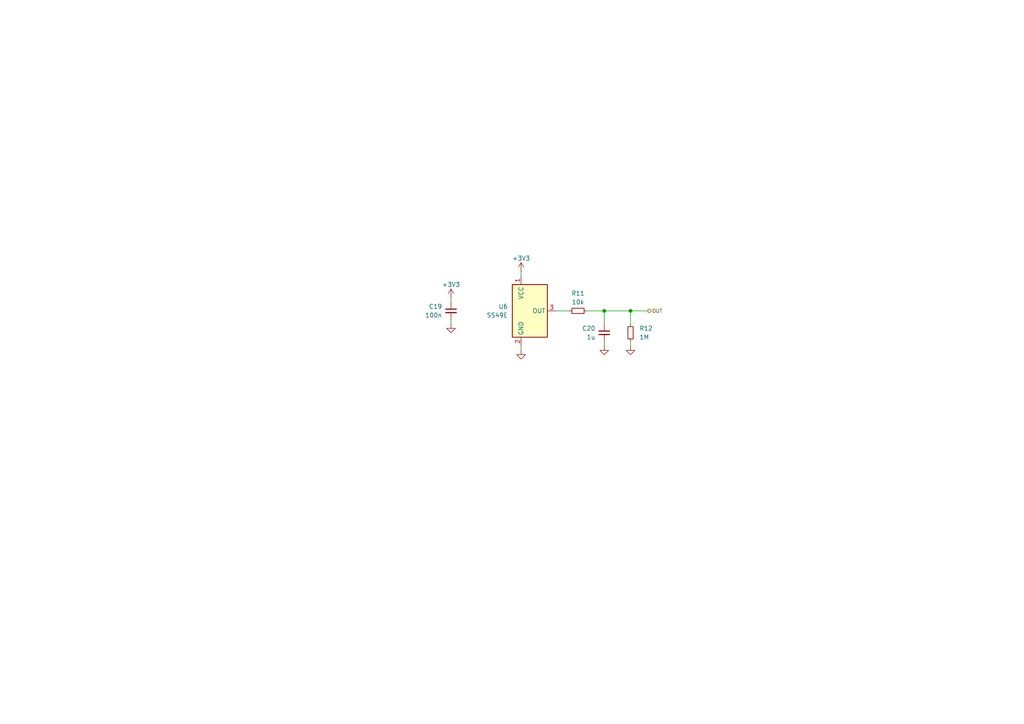
<source format=kicad_sch>
(kicad_sch
	(version 20250114)
	(generator "eeschema")
	(generator_version "9.0")
	(uuid "dcdcb93b-e07c-408b-9dc4-2f834075789e")
	(paper "A4")
	(lib_symbols
		(symbol "Device:C_Small"
			(pin_numbers
				(hide yes)
			)
			(pin_names
				(offset 0.254)
				(hide yes)
			)
			(exclude_from_sim no)
			(in_bom yes)
			(on_board yes)
			(property "Reference" "C"
				(at 0.254 1.778 0)
				(effects
					(font
						(size 1.27 1.27)
					)
					(justify left)
				)
			)
			(property "Value" "C_Small"
				(at 0.254 -2.032 0)
				(effects
					(font
						(size 1.27 1.27)
					)
					(justify left)
				)
			)
			(property "Footprint" ""
				(at 0 0 0)
				(effects
					(font
						(size 1.27 1.27)
					)
					(hide yes)
				)
			)
			(property "Datasheet" "~"
				(at 0 0 0)
				(effects
					(font
						(size 1.27 1.27)
					)
					(hide yes)
				)
			)
			(property "Description" "Unpolarized capacitor, small symbol"
				(at 0 0 0)
				(effects
					(font
						(size 1.27 1.27)
					)
					(hide yes)
				)
			)
			(property "ki_keywords" "capacitor cap"
				(at 0 0 0)
				(effects
					(font
						(size 1.27 1.27)
					)
					(hide yes)
				)
			)
			(property "ki_fp_filters" "C_*"
				(at 0 0 0)
				(effects
					(font
						(size 1.27 1.27)
					)
					(hide yes)
				)
			)
			(symbol "C_Small_0_1"
				(polyline
					(pts
						(xy -1.524 0.508) (xy 1.524 0.508)
					)
					(stroke
						(width 0.3048)
						(type default)
					)
					(fill
						(type none)
					)
				)
				(polyline
					(pts
						(xy -1.524 -0.508) (xy 1.524 -0.508)
					)
					(stroke
						(width 0.3302)
						(type default)
					)
					(fill
						(type none)
					)
				)
			)
			(symbol "C_Small_1_1"
				(pin passive line
					(at 0 2.54 270)
					(length 2.032)
					(name "~"
						(effects
							(font
								(size 1.27 1.27)
							)
						)
					)
					(number "1"
						(effects
							(font
								(size 1.27 1.27)
							)
						)
					)
				)
				(pin passive line
					(at 0 -2.54 90)
					(length 2.032)
					(name "~"
						(effects
							(font
								(size 1.27 1.27)
							)
						)
					)
					(number "2"
						(effects
							(font
								(size 1.27 1.27)
							)
						)
					)
				)
			)
			(embedded_fonts no)
		)
		(symbol "Device:R_Small"
			(pin_numbers
				(hide yes)
			)
			(pin_names
				(offset 0.254)
				(hide yes)
			)
			(exclude_from_sim no)
			(in_bom yes)
			(on_board yes)
			(property "Reference" "R"
				(at 0.762 0.508 0)
				(effects
					(font
						(size 1.27 1.27)
					)
					(justify left)
				)
			)
			(property "Value" "R_Small"
				(at 0.762 -1.016 0)
				(effects
					(font
						(size 1.27 1.27)
					)
					(justify left)
				)
			)
			(property "Footprint" ""
				(at 0 0 0)
				(effects
					(font
						(size 1.27 1.27)
					)
					(hide yes)
				)
			)
			(property "Datasheet" "~"
				(at 0 0 0)
				(effects
					(font
						(size 1.27 1.27)
					)
					(hide yes)
				)
			)
			(property "Description" "Resistor, small symbol"
				(at 0 0 0)
				(effects
					(font
						(size 1.27 1.27)
					)
					(hide yes)
				)
			)
			(property "ki_keywords" "R resistor"
				(at 0 0 0)
				(effects
					(font
						(size 1.27 1.27)
					)
					(hide yes)
				)
			)
			(property "ki_fp_filters" "R_*"
				(at 0 0 0)
				(effects
					(font
						(size 1.27 1.27)
					)
					(hide yes)
				)
			)
			(symbol "R_Small_0_1"
				(rectangle
					(start -0.762 1.778)
					(end 0.762 -1.778)
					(stroke
						(width 0.2032)
						(type default)
					)
					(fill
						(type none)
					)
				)
			)
			(symbol "R_Small_1_1"
				(pin passive line
					(at 0 2.54 270)
					(length 0.762)
					(name "~"
						(effects
							(font
								(size 1.27 1.27)
							)
						)
					)
					(number "1"
						(effects
							(font
								(size 1.27 1.27)
							)
						)
					)
				)
				(pin passive line
					(at 0 -2.54 90)
					(length 0.762)
					(name "~"
						(effects
							(font
								(size 1.27 1.27)
							)
						)
					)
					(number "2"
						(effects
							(font
								(size 1.27 1.27)
							)
						)
					)
				)
			)
			(embedded_fonts no)
		)
		(symbol "Sensor_Magnetic:DRV5055A4xLPGxQ1"
			(exclude_from_sim no)
			(in_bom yes)
			(on_board yes)
			(property "Reference" "U"
				(at 5.08 12.7 0)
				(effects
					(font
						(size 1.27 1.27)
					)
				)
			)
			(property "Value" "DRV5055A4xLPGxQ1"
				(at 7.62 10.16 0)
				(effects
					(font
						(size 1.27 1.27)
					)
				)
			)
			(property "Footprint" "Package_TO_SOT_THT:TO-92_Inline"
				(at 0 0 0)
				(effects
					(font
						(size 1.27 1.27)
					)
					(hide yes)
				)
			)
			(property "Datasheet" "https://www.ti.com/lit/ds/symlink/drv5055-q1.pdf"
				(at 0 0 0)
				(effects
					(font
						(size 1.27 1.27)
					)
					(hide yes)
				)
			)
			(property "Description" "12.5mV/mT,±169-mT, 20-kHz, 3.3/5V, TO-92"
				(at 0 0 0)
				(effects
					(font
						(size 1.27 1.27)
					)
					(hide yes)
				)
			)
			(property "ki_keywords" "Automotive Ratiometric Linear Hall Effect Sensor AEC-Q100"
				(at 0 0 0)
				(effects
					(font
						(size 1.27 1.27)
					)
					(hide yes)
				)
			)
			(property "ki_fp_filters" "TO?92*"
				(at 0 0 0)
				(effects
					(font
						(size 1.27 1.27)
					)
					(hide yes)
				)
			)
			(symbol "DRV5055A4xLPGxQ1_1_1"
				(rectangle
					(start -5.08 7.62)
					(end 5.08 -7.62)
					(stroke
						(width 0.254)
						(type default)
					)
					(fill
						(type background)
					)
				)
				(pin power_in line
					(at -2.54 10.16 270)
					(length 2.54)
					(name "VCC"
						(effects
							(font
								(size 1.27 1.27)
							)
						)
					)
					(number "1"
						(effects
							(font
								(size 1.27 1.27)
							)
						)
					)
				)
				(pin power_in line
					(at -2.54 -10.16 90)
					(length 2.54)
					(name "GND"
						(effects
							(font
								(size 1.27 1.27)
							)
						)
					)
					(number "2"
						(effects
							(font
								(size 1.27 1.27)
							)
						)
					)
				)
				(pin output line
					(at 7.62 0 180)
					(length 2.54)
					(name "OUT"
						(effects
							(font
								(size 1.27 1.27)
							)
						)
					)
					(number "3"
						(effects
							(font
								(size 1.27 1.27)
							)
						)
					)
				)
			)
			(embedded_fonts no)
		)
		(symbol "power:+3V3"
			(power)
			(pin_numbers
				(hide yes)
			)
			(pin_names
				(offset 0)
				(hide yes)
			)
			(exclude_from_sim no)
			(in_bom yes)
			(on_board yes)
			(property "Reference" "#PWR"
				(at 0 -3.81 0)
				(effects
					(font
						(size 1.27 1.27)
					)
					(hide yes)
				)
			)
			(property "Value" "+3V3"
				(at 0 3.556 0)
				(effects
					(font
						(size 1.27 1.27)
					)
				)
			)
			(property "Footprint" ""
				(at 0 0 0)
				(effects
					(font
						(size 1.27 1.27)
					)
					(hide yes)
				)
			)
			(property "Datasheet" ""
				(at 0 0 0)
				(effects
					(font
						(size 1.27 1.27)
					)
					(hide yes)
				)
			)
			(property "Description" "Power symbol creates a global label with name \"+3V3\""
				(at 0 0 0)
				(effects
					(font
						(size 1.27 1.27)
					)
					(hide yes)
				)
			)
			(property "ki_keywords" "global power"
				(at 0 0 0)
				(effects
					(font
						(size 1.27 1.27)
					)
					(hide yes)
				)
			)
			(symbol "+3V3_0_1"
				(polyline
					(pts
						(xy -0.762 1.27) (xy 0 2.54)
					)
					(stroke
						(width 0)
						(type default)
					)
					(fill
						(type none)
					)
				)
				(polyline
					(pts
						(xy 0 2.54) (xy 0.762 1.27)
					)
					(stroke
						(width 0)
						(type default)
					)
					(fill
						(type none)
					)
				)
				(polyline
					(pts
						(xy 0 0) (xy 0 2.54)
					)
					(stroke
						(width 0)
						(type default)
					)
					(fill
						(type none)
					)
				)
			)
			(symbol "+3V3_1_1"
				(pin power_in line
					(at 0 0 90)
					(length 0)
					(name "~"
						(effects
							(font
								(size 1.27 1.27)
							)
						)
					)
					(number "1"
						(effects
							(font
								(size 1.27 1.27)
							)
						)
					)
				)
			)
			(embedded_fonts no)
		)
		(symbol "power:GND"
			(power)
			(pin_numbers
				(hide yes)
			)
			(pin_names
				(offset 0)
				(hide yes)
			)
			(exclude_from_sim no)
			(in_bom yes)
			(on_board yes)
			(property "Reference" "#PWR"
				(at 0 -6.35 0)
				(effects
					(font
						(size 1.27 1.27)
					)
					(hide yes)
				)
			)
			(property "Value" "GND"
				(at 0 -3.81 0)
				(effects
					(font
						(size 1.27 1.27)
					)
				)
			)
			(property "Footprint" ""
				(at 0 0 0)
				(effects
					(font
						(size 1.27 1.27)
					)
					(hide yes)
				)
			)
			(property "Datasheet" ""
				(at 0 0 0)
				(effects
					(font
						(size 1.27 1.27)
					)
					(hide yes)
				)
			)
			(property "Description" "Power symbol creates a global label with name \"GND\" , ground"
				(at 0 0 0)
				(effects
					(font
						(size 1.27 1.27)
					)
					(hide yes)
				)
			)
			(property "ki_keywords" "global power"
				(at 0 0 0)
				(effects
					(font
						(size 1.27 1.27)
					)
					(hide yes)
				)
			)
			(symbol "GND_0_1"
				(polyline
					(pts
						(xy 0 0) (xy 0 -1.27) (xy 1.27 -1.27) (xy 0 -2.54) (xy -1.27 -1.27) (xy 0 -1.27)
					)
					(stroke
						(width 0)
						(type default)
					)
					(fill
						(type none)
					)
				)
			)
			(symbol "GND_1_1"
				(pin power_in line
					(at 0 0 270)
					(length 0)
					(name "~"
						(effects
							(font
								(size 1.27 1.27)
							)
						)
					)
					(number "1"
						(effects
							(font
								(size 1.27 1.27)
							)
						)
					)
				)
			)
			(embedded_fonts no)
		)
	)
	(junction
		(at 182.88 90.17)
		(diameter 0)
		(color 0 0 0 0)
		(uuid "2c2abe5b-1a25-4fe7-9926-3366726542fe")
	)
	(junction
		(at 175.26 90.17)
		(diameter 0)
		(color 0 0 0 0)
		(uuid "de7c224c-5010-4dc7-a394-47a912fa0574")
	)
	(wire
		(pts
			(xy 182.88 99.06) (xy 182.88 100.33)
		)
		(stroke
			(width 0)
			(type default)
		)
		(uuid "02ee8626-1801-4020-8633-79881a3e7be6")
	)
	(wire
		(pts
			(xy 175.26 90.17) (xy 175.26 93.98)
		)
		(stroke
			(width 0)
			(type default)
		)
		(uuid "50ad798c-5756-4da4-97fd-6f206a36ad7e")
	)
	(wire
		(pts
			(xy 170.18 90.17) (xy 175.26 90.17)
		)
		(stroke
			(width 0)
			(type default)
		)
		(uuid "54e83bda-1156-430c-b1d6-860256b1d291")
	)
	(wire
		(pts
			(xy 175.26 99.06) (xy 175.26 100.33)
		)
		(stroke
			(width 0)
			(type default)
		)
		(uuid "5ad0856c-bde2-4b25-843c-1d21c4c9b0b6")
	)
	(wire
		(pts
			(xy 182.88 90.17) (xy 187.96 90.17)
		)
		(stroke
			(width 0)
			(type default)
		)
		(uuid "6d081f14-7cf3-4e40-92c7-5736cefa75a9")
	)
	(wire
		(pts
			(xy 151.13 78.74) (xy 151.13 80.01)
		)
		(stroke
			(width 0)
			(type default)
		)
		(uuid "71ba2b4b-1fa2-41ac-8970-ad9ca15a23d7")
	)
	(wire
		(pts
			(xy 175.26 90.17) (xy 182.88 90.17)
		)
		(stroke
			(width 0)
			(type default)
		)
		(uuid "850b0d18-5c9e-49a1-b1f9-5ec529b8ebaa")
	)
	(wire
		(pts
			(xy 182.88 90.17) (xy 182.88 93.98)
		)
		(stroke
			(width 0)
			(type default)
		)
		(uuid "a914971c-30fe-4b00-a67b-fdfd9cc17130")
	)
	(wire
		(pts
			(xy 130.81 86.36) (xy 130.81 87.63)
		)
		(stroke
			(width 0)
			(type default)
		)
		(uuid "aed606ac-bd60-4cca-96c7-5cd2a2f28cb0")
	)
	(wire
		(pts
			(xy 161.29 90.17) (xy 165.1 90.17)
		)
		(stroke
			(width 0)
			(type default)
		)
		(uuid "c4fae6a2-c418-428c-b07c-b09c0042931f")
	)
	(wire
		(pts
			(xy 151.13 100.33) (xy 151.13 101.6)
		)
		(stroke
			(width 0)
			(type default)
		)
		(uuid "d689f22c-4f44-4fcd-93dc-8fbde487ae2d")
	)
	(wire
		(pts
			(xy 130.81 92.71) (xy 130.81 93.98)
		)
		(stroke
			(width 0)
			(type default)
		)
		(uuid "f536ff0c-c2fd-4b2e-8363-438face3912b")
	)
	(hierarchical_label "OUT"
		(shape output)
		(at 187.96 90.17 0)
		(effects
			(font
				(size 1 1)
			)
			(justify left)
		)
		(uuid "bfbc8985-41e5-413f-aacb-b298bba73e0f")
	)
	(symbol
		(lib_id "Device:C_Small")
		(at 175.26 96.52 0)
		(mirror y)
		(unit 1)
		(exclude_from_sim no)
		(in_bom yes)
		(on_board yes)
		(dnp no)
		(uuid "180b5551-18f7-499c-adb3-ec1eab8c0193")
		(property "Reference" "C18"
			(at 172.72 95.2562 0)
			(effects
				(font
					(size 1.27 1.27)
				)
				(justify left)
			)
		)
		(property "Value" "1u"
			(at 172.72 97.7962 0)
			(effects
				(font
					(size 1.27 1.27)
				)
				(justify left)
			)
		)
		(property "Footprint" "Capacitor_SMD:C_0603_1608Metric"
			(at 175.26 96.52 0)
			(effects
				(font
					(size 1.27 1.27)
				)
				(hide yes)
			)
		)
		(property "Datasheet" "~"
			(at 175.26 96.52 0)
			(effects
				(font
					(size 1.27 1.27)
				)
				(hide yes)
			)
		)
		(property "Description" "Unpolarized capacitor, small symbol"
			(at 175.26 96.52 0)
			(effects
				(font
					(size 1.27 1.27)
				)
				(hide yes)
			)
		)
		(pin "2"
			(uuid "451bc3e6-fc64-43cc-a70d-00abb281ab7a")
		)
		(pin "1"
			(uuid "79d0e660-6746-43b7-97e5-724524f61491")
		)
		(instances
			(project ""
				(path "/37c0128e-0bf6-47e1-84ea-e330ce83485d/14db0b96-3d7f-4b91-a9d8-8bbc2520804e"
					(reference "C20")
					(unit 1)
				)
				(path "/37c0128e-0bf6-47e1-84ea-e330ce83485d/bd21fd64-de6d-4f23-9cf9-4a08715c8023"
					(reference "C18")
					(unit 1)
				)
			)
		)
	)
	(symbol
		(lib_id "Device:R_Small")
		(at 167.64 90.17 90)
		(unit 1)
		(exclude_from_sim no)
		(in_bom yes)
		(on_board yes)
		(dnp no)
		(fields_autoplaced yes)
		(uuid "39614c22-5eed-4b18-a481-9cc1c080a08f")
		(property "Reference" "R9"
			(at 167.64 85.09 90)
			(effects
				(font
					(size 1.27 1.27)
				)
			)
		)
		(property "Value" "10k"
			(at 167.64 87.63 90)
			(effects
				(font
					(size 1.27 1.27)
				)
			)
		)
		(property "Footprint" "Resistor_SMD:R_0603_1608Metric"
			(at 167.64 90.17 0)
			(effects
				(font
					(size 1.27 1.27)
				)
				(hide yes)
			)
		)
		(property "Datasheet" "~"
			(at 167.64 90.17 0)
			(effects
				(font
					(size 1.27 1.27)
				)
				(hide yes)
			)
		)
		(property "Description" "Resistor, small symbol"
			(at 167.64 90.17 0)
			(effects
				(font
					(size 1.27 1.27)
				)
				(hide yes)
			)
		)
		(pin "1"
			(uuid "662e9dcb-f9af-455c-98a6-2d0f3d9ee980")
		)
		(pin "2"
			(uuid "05977cf1-463a-42af-9440-eca0b7882cbb")
		)
		(instances
			(project ""
				(path "/37c0128e-0bf6-47e1-84ea-e330ce83485d/14db0b96-3d7f-4b91-a9d8-8bbc2520804e"
					(reference "R11")
					(unit 1)
				)
				(path "/37c0128e-0bf6-47e1-84ea-e330ce83485d/bd21fd64-de6d-4f23-9cf9-4a08715c8023"
					(reference "R9")
					(unit 1)
				)
			)
		)
	)
	(symbol
		(lib_id "power:GND")
		(at 175.26 100.33 0)
		(unit 1)
		(exclude_from_sim no)
		(in_bom yes)
		(on_board yes)
		(dnp no)
		(fields_autoplaced yes)
		(uuid "68fb1ee6-1783-42b7-90c5-70fa58af2657")
		(property "Reference" "#PWR028"
			(at 175.26 106.68 0)
			(effects
				(font
					(size 1.27 1.27)
				)
				(hide yes)
			)
		)
		(property "Value" "GND"
			(at 175.26 105.41 0)
			(effects
				(font
					(size 1.27 1.27)
				)
				(hide yes)
			)
		)
		(property "Footprint" ""
			(at 175.26 100.33 0)
			(effects
				(font
					(size 1.27 1.27)
				)
				(hide yes)
			)
		)
		(property "Datasheet" ""
			(at 175.26 100.33 0)
			(effects
				(font
					(size 1.27 1.27)
				)
				(hide yes)
			)
		)
		(property "Description" "Power symbol creates a global label with name \"GND\" , ground"
			(at 175.26 100.33 0)
			(effects
				(font
					(size 1.27 1.27)
				)
				(hide yes)
			)
		)
		(pin "1"
			(uuid "0893e874-96cf-4875-81f5-a8e2a6c5b87f")
		)
		(instances
			(project "apps"
				(path "/37c0128e-0bf6-47e1-84ea-e330ce83485d/14db0b96-3d7f-4b91-a9d8-8bbc2520804e"
					(reference "#PWR029")
					(unit 1)
				)
				(path "/37c0128e-0bf6-47e1-84ea-e330ce83485d/bd21fd64-de6d-4f23-9cf9-4a08715c8023"
					(reference "#PWR028")
					(unit 1)
				)
			)
		)
	)
	(symbol
		(lib_id "power:GND")
		(at 130.81 93.98 0)
		(unit 1)
		(exclude_from_sim no)
		(in_bom yes)
		(on_board yes)
		(dnp no)
		(fields_autoplaced yes)
		(uuid "744e61ef-f67e-4737-bca2-7e20c7a89f28")
		(property "Reference" "#PWR024"
			(at 130.81 100.33 0)
			(effects
				(font
					(size 1.27 1.27)
				)
				(hide yes)
			)
		)
		(property "Value" "GND"
			(at 130.81 99.06 0)
			(effects
				(font
					(size 1.27 1.27)
				)
				(hide yes)
			)
		)
		(property "Footprint" ""
			(at 130.81 93.98 0)
			(effects
				(font
					(size 1.27 1.27)
				)
				(hide yes)
			)
		)
		(property "Datasheet" ""
			(at 130.81 93.98 0)
			(effects
				(font
					(size 1.27 1.27)
				)
				(hide yes)
			)
		)
		(property "Description" "Power symbol creates a global label with name \"GND\" , ground"
			(at 130.81 93.98 0)
			(effects
				(font
					(size 1.27 1.27)
				)
				(hide yes)
			)
		)
		(pin "1"
			(uuid "c0612e1b-9eb7-4004-8576-6ed2debe9ab0")
		)
		(instances
			(project "apps"
				(path "/37c0128e-0bf6-47e1-84ea-e330ce83485d/14db0b96-3d7f-4b91-a9d8-8bbc2520804e"
					(reference "#PWR025")
					(unit 1)
				)
				(path "/37c0128e-0bf6-47e1-84ea-e330ce83485d/bd21fd64-de6d-4f23-9cf9-4a08715c8023"
					(reference "#PWR024")
					(unit 1)
				)
			)
		)
	)
	(symbol
		(lib_id "Device:R_Small")
		(at 182.88 96.52 0)
		(unit 1)
		(exclude_from_sim no)
		(in_bom yes)
		(on_board yes)
		(dnp no)
		(uuid "7f3c54d4-2975-4dff-bee6-8cced747633a")
		(property "Reference" "R10"
			(at 185.42 95.2499 0)
			(effects
				(font
					(size 1.27 1.27)
				)
				(justify left)
			)
		)
		(property "Value" "1M"
			(at 185.42 97.7899 0)
			(effects
				(font
					(size 1.27 1.27)
				)
				(justify left)
			)
		)
		(property "Footprint" "Resistor_SMD:R_0603_1608Metric"
			(at 182.88 96.52 0)
			(effects
				(font
					(size 1.27 1.27)
				)
				(hide yes)
			)
		)
		(property "Datasheet" "~"
			(at 182.88 96.52 0)
			(effects
				(font
					(size 1.27 1.27)
				)
				(hide yes)
			)
		)
		(property "Description" "Resistor, small symbol"
			(at 182.88 96.52 0)
			(effects
				(font
					(size 1.27 1.27)
				)
				(hide yes)
			)
		)
		(pin "2"
			(uuid "2872d6ea-cdd8-4405-b586-70bb5721eca2")
		)
		(pin "1"
			(uuid "90100eda-834e-478c-b7ad-eab981df6a54")
		)
		(instances
			(project ""
				(path "/37c0128e-0bf6-47e1-84ea-e330ce83485d/14db0b96-3d7f-4b91-a9d8-8bbc2520804e"
					(reference "R12")
					(unit 1)
				)
				(path "/37c0128e-0bf6-47e1-84ea-e330ce83485d/bd21fd64-de6d-4f23-9cf9-4a08715c8023"
					(reference "R10")
					(unit 1)
				)
			)
		)
	)
	(symbol
		(lib_id "power:GND")
		(at 182.88 100.33 0)
		(unit 1)
		(exclude_from_sim no)
		(in_bom yes)
		(on_board yes)
		(dnp no)
		(fields_autoplaced yes)
		(uuid "84d390e1-dc83-47dc-8d99-7a8fb3cd6972")
		(property "Reference" "#PWR026"
			(at 182.88 106.68 0)
			(effects
				(font
					(size 1.27 1.27)
				)
				(hide yes)
			)
		)
		(property "Value" "GND"
			(at 182.88 105.41 0)
			(effects
				(font
					(size 1.27 1.27)
				)
				(hide yes)
			)
		)
		(property "Footprint" ""
			(at 182.88 100.33 0)
			(effects
				(font
					(size 1.27 1.27)
				)
				(hide yes)
			)
		)
		(property "Datasheet" ""
			(at 182.88 100.33 0)
			(effects
				(font
					(size 1.27 1.27)
				)
				(hide yes)
			)
		)
		(property "Description" "Power symbol creates a global label with name \"GND\" , ground"
			(at 182.88 100.33 0)
			(effects
				(font
					(size 1.27 1.27)
				)
				(hide yes)
			)
		)
		(pin "1"
			(uuid "c37b27ca-de7e-4055-b3fc-e9bcbb68280e")
		)
		(instances
			(project "apps"
				(path "/37c0128e-0bf6-47e1-84ea-e330ce83485d/14db0b96-3d7f-4b91-a9d8-8bbc2520804e"
					(reference "#PWR027")
					(unit 1)
				)
				(path "/37c0128e-0bf6-47e1-84ea-e330ce83485d/bd21fd64-de6d-4f23-9cf9-4a08715c8023"
					(reference "#PWR026")
					(unit 1)
				)
			)
		)
	)
	(symbol
		(lib_id "power:+3V3")
		(at 130.81 86.36 0)
		(unit 1)
		(exclude_from_sim no)
		(in_bom yes)
		(on_board yes)
		(dnp no)
		(uuid "93110b5a-478f-4095-8201-46d197a051f4")
		(property "Reference" "#PWR022"
			(at 130.81 90.17 0)
			(effects
				(font
					(size 1.27 1.27)
				)
				(hide yes)
			)
		)
		(property "Value" "+3V3"
			(at 130.81 82.55 0)
			(effects
				(font
					(size 1.27 1.27)
				)
			)
		)
		(property "Footprint" ""
			(at 130.81 86.36 0)
			(effects
				(font
					(size 1.27 1.27)
				)
				(hide yes)
			)
		)
		(property "Datasheet" ""
			(at 130.81 86.36 0)
			(effects
				(font
					(size 1.27 1.27)
				)
				(hide yes)
			)
		)
		(property "Description" "Power symbol creates a global label with name \"+3V3\""
			(at 130.81 86.36 0)
			(effects
				(font
					(size 1.27 1.27)
				)
				(hide yes)
			)
		)
		(pin "1"
			(uuid "80465552-e959-421c-b0ce-04587ff84ebf")
		)
		(instances
			(project "apps"
				(path "/37c0128e-0bf6-47e1-84ea-e330ce83485d/14db0b96-3d7f-4b91-a9d8-8bbc2520804e"
					(reference "#PWR023")
					(unit 1)
				)
				(path "/37c0128e-0bf6-47e1-84ea-e330ce83485d/bd21fd64-de6d-4f23-9cf9-4a08715c8023"
					(reference "#PWR022")
					(unit 1)
				)
			)
		)
	)
	(symbol
		(lib_id "power:GND")
		(at 151.13 101.6 0)
		(unit 1)
		(exclude_from_sim no)
		(in_bom yes)
		(on_board yes)
		(dnp no)
		(fields_autoplaced yes)
		(uuid "aa320668-4a56-471f-a831-6fe95cdc6913")
		(property "Reference" "#PWR020"
			(at 151.13 107.95 0)
			(effects
				(font
					(size 1.27 1.27)
				)
				(hide yes)
			)
		)
		(property "Value" "GND"
			(at 151.13 106.68 0)
			(effects
				(font
					(size 1.27 1.27)
				)
				(hide yes)
			)
		)
		(property "Footprint" ""
			(at 151.13 101.6 0)
			(effects
				(font
					(size 1.27 1.27)
				)
				(hide yes)
			)
		)
		(property "Datasheet" ""
			(at 151.13 101.6 0)
			(effects
				(font
					(size 1.27 1.27)
				)
				(hide yes)
			)
		)
		(property "Description" "Power symbol creates a global label with name \"GND\" , ground"
			(at 151.13 101.6 0)
			(effects
				(font
					(size 1.27 1.27)
				)
				(hide yes)
			)
		)
		(pin "1"
			(uuid "4d2ef193-758a-4ee9-959c-9ff8e6f1952f")
		)
		(instances
			(project "apps"
				(path "/37c0128e-0bf6-47e1-84ea-e330ce83485d/14db0b96-3d7f-4b91-a9d8-8bbc2520804e"
					(reference "#PWR021")
					(unit 1)
				)
				(path "/37c0128e-0bf6-47e1-84ea-e330ce83485d/bd21fd64-de6d-4f23-9cf9-4a08715c8023"
					(reference "#PWR020")
					(unit 1)
				)
			)
		)
	)
	(symbol
		(lib_id "Sensor_Magnetic:DRV5055A4xLPGxQ1")
		(at 153.67 90.17 0)
		(unit 1)
		(exclude_from_sim no)
		(in_bom yes)
		(on_board yes)
		(dnp no)
		(fields_autoplaced yes)
		(uuid "d05da1e4-7b6f-4a5f-bfdc-f9c9fe13bb3f")
		(property "Reference" "U5"
			(at 147.32 88.8999 0)
			(effects
				(font
					(size 1.27 1.27)
				)
				(justify right)
			)
		)
		(property "Value" "SS49E"
			(at 147.32 91.4399 0)
			(effects
				(font
					(size 1.27 1.27)
				)
				(justify right)
			)
		)
		(property "Footprint" "SS49E:SS49E_TO_92_Inline"
			(at 153.67 90.17 0)
			(effects
				(font
					(size 1.27 1.27)
				)
				(hide yes)
			)
		)
		(property "Datasheet" "https://www.ti.com/lit/ds/symlink/drv5055-q1.pdf"
			(at 153.67 90.17 0)
			(effects
				(font
					(size 1.27 1.27)
				)
				(hide yes)
			)
		)
		(property "Description" "12.5mV/mT,±169-mT, 20-kHz, 3.3/5V, TO-92"
			(at 153.67 90.17 0)
			(effects
				(font
					(size 1.27 1.27)
				)
				(hide yes)
			)
		)
		(pin "3"
			(uuid "8a9e2029-373d-4aa1-9c5c-cd58d7576f13")
		)
		(pin "2"
			(uuid "038b3aa8-bbf5-4770-a66e-1cdf2335e081")
		)
		(pin "1"
			(uuid "0170a9f9-d22c-4ff5-822e-20e19565f9a6")
		)
		(instances
			(project "apps"
				(path "/37c0128e-0bf6-47e1-84ea-e330ce83485d/14db0b96-3d7f-4b91-a9d8-8bbc2520804e"
					(reference "U6")
					(unit 1)
				)
				(path "/37c0128e-0bf6-47e1-84ea-e330ce83485d/bd21fd64-de6d-4f23-9cf9-4a08715c8023"
					(reference "U5")
					(unit 1)
				)
			)
		)
	)
	(symbol
		(lib_id "power:+3V3")
		(at 151.13 78.74 0)
		(unit 1)
		(exclude_from_sim no)
		(in_bom yes)
		(on_board yes)
		(dnp no)
		(uuid "e0b45168-0815-4621-a7bb-5d9552e41017")
		(property "Reference" "#PWR018"
			(at 151.13 82.55 0)
			(effects
				(font
					(size 1.27 1.27)
				)
				(hide yes)
			)
		)
		(property "Value" "+3V3"
			(at 151.13 74.93 0)
			(effects
				(font
					(size 1.27 1.27)
				)
			)
		)
		(property "Footprint" ""
			(at 151.13 78.74 0)
			(effects
				(font
					(size 1.27 1.27)
				)
				(hide yes)
			)
		)
		(property "Datasheet" ""
			(at 151.13 78.74 0)
			(effects
				(font
					(size 1.27 1.27)
				)
				(hide yes)
			)
		)
		(property "Description" "Power symbol creates a global label with name \"+3V3\""
			(at 151.13 78.74 0)
			(effects
				(font
					(size 1.27 1.27)
				)
				(hide yes)
			)
		)
		(pin "1"
			(uuid "34656d1f-2517-4959-96b8-b6d55d9581a5")
		)
		(instances
			(project "apps"
				(path "/37c0128e-0bf6-47e1-84ea-e330ce83485d/14db0b96-3d7f-4b91-a9d8-8bbc2520804e"
					(reference "#PWR019")
					(unit 1)
				)
				(path "/37c0128e-0bf6-47e1-84ea-e330ce83485d/bd21fd64-de6d-4f23-9cf9-4a08715c8023"
					(reference "#PWR018")
					(unit 1)
				)
			)
		)
	)
	(symbol
		(lib_id "Device:C_Small")
		(at 130.81 90.17 0)
		(unit 1)
		(exclude_from_sim no)
		(in_bom yes)
		(on_board yes)
		(dnp no)
		(uuid "f33f1694-4de9-464d-b06b-996a2c063bf1")
		(property "Reference" "C17"
			(at 128.27 88.9062 0)
			(effects
				(font
					(size 1.27 1.27)
				)
				(justify right)
			)
		)
		(property "Value" "100n"
			(at 128.27 91.4462 0)
			(effects
				(font
					(size 1.27 1.27)
				)
				(justify right)
			)
		)
		(property "Footprint" "Capacitor_SMD:C_0603_1608Metric"
			(at 130.81 90.17 0)
			(effects
				(font
					(size 1.27 1.27)
				)
				(hide yes)
			)
		)
		(property "Datasheet" "~"
			(at 130.81 90.17 0)
			(effects
				(font
					(size 1.27 1.27)
				)
				(hide yes)
			)
		)
		(property "Description" "Unpolarized capacitor, small symbol"
			(at 130.81 90.17 0)
			(effects
				(font
					(size 1.27 1.27)
				)
				(hide yes)
			)
		)
		(pin "1"
			(uuid "e0d478de-398a-4f69-8ef4-c40734fa02d3")
		)
		(pin "2"
			(uuid "02c6f805-755d-4673-a6b4-85f52701da8d")
		)
		(instances
			(project ""
				(path "/37c0128e-0bf6-47e1-84ea-e330ce83485d/14db0b96-3d7f-4b91-a9d8-8bbc2520804e"
					(reference "C19")
					(unit 1)
				)
				(path "/37c0128e-0bf6-47e1-84ea-e330ce83485d/bd21fd64-de6d-4f23-9cf9-4a08715c8023"
					(reference "C17")
					(unit 1)
				)
			)
		)
	)
)

</source>
